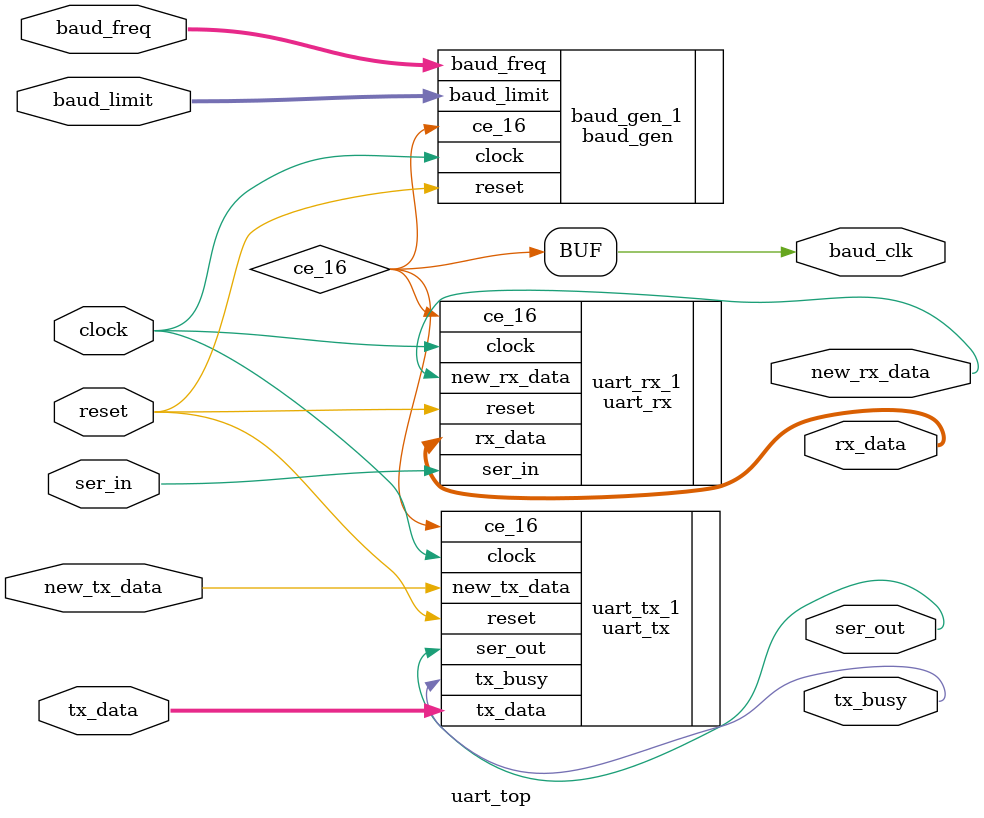
<source format=v>

module uart_top
(
	// global signals
	clock, reset,
	// uart serial signals
	ser_in, ser_out,
	// transmit and receive internal interface signals
	rx_data, new_rx_data,
	tx_data, new_tx_data, tx_busy,
	// baud rate configuration register - see baud_gen.v for details
	baud_freq, baud_limit,
	baud_clk
);
//---------------------------------------------------------------------------------------
// modules inputs and outputs
input 			clock;			// global clock input
input 			reset;			// global reset input
input			ser_in;			// serial data input
output			ser_out;		// serial data output
input	[7:0]	tx_data;		// data byte to transmit
input			new_tx_data;	// asserted to indicate that there is a new data byte for transmission
output 			tx_busy;		// signs that transmitter is busy
output	[7:0]	rx_data;		// data byte received
output 			new_rx_data;	// signs that a new byte was received
input	[11:0]	baud_freq;	// baud rate setting registers - see header description
input	[15:0]	baud_limit;
output			baud_clk;

// internal wires
wire ce_16;		// clock enable at bit rate

assign baud_clk = ce_16;
//---------------------------------------------------------------------------------------
// module implementation
// baud rate generator module
baud_gen baud_gen_1
(
	.clock(clock), .reset(reset),
	.ce_16(ce_16), .baud_freq(baud_freq), .baud_limit(baud_limit)
);

// uart receiver
uart_rx uart_rx_1
(
	.clock(clock), .reset(reset),
	.ce_16(ce_16), .ser_in(ser_in),
	.rx_data(rx_data), .new_rx_data(new_rx_data)
);

// uart transmitter
uart_tx  uart_tx_1
(
	.clock(clock), .reset(reset),
	.ce_16(ce_16), .tx_data(tx_data), .new_tx_data(new_tx_data),
	.ser_out(ser_out), .tx_busy(tx_busy)
);

endmodule
//---------------------------------------------------------------------------------------
//						Th.. Th.. Th.. That's all folks !!!
//---------------------------------------------------------------------------------------

</source>
